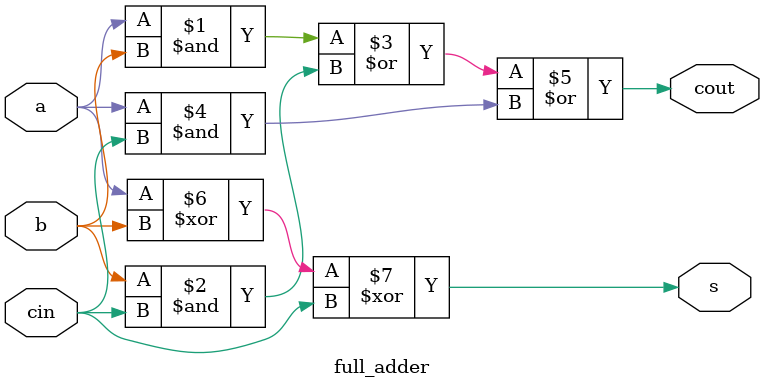
<source format=v>
module full_adder(a, b, cin, s, cout);
    input a, b, cin;
    output s, cout;

    // cout
    assign cout = (a & b) | (b & cin) | (a & cin);
    
    // s
    assign s = a ^ b ^ cin;

endmodule
</source>
